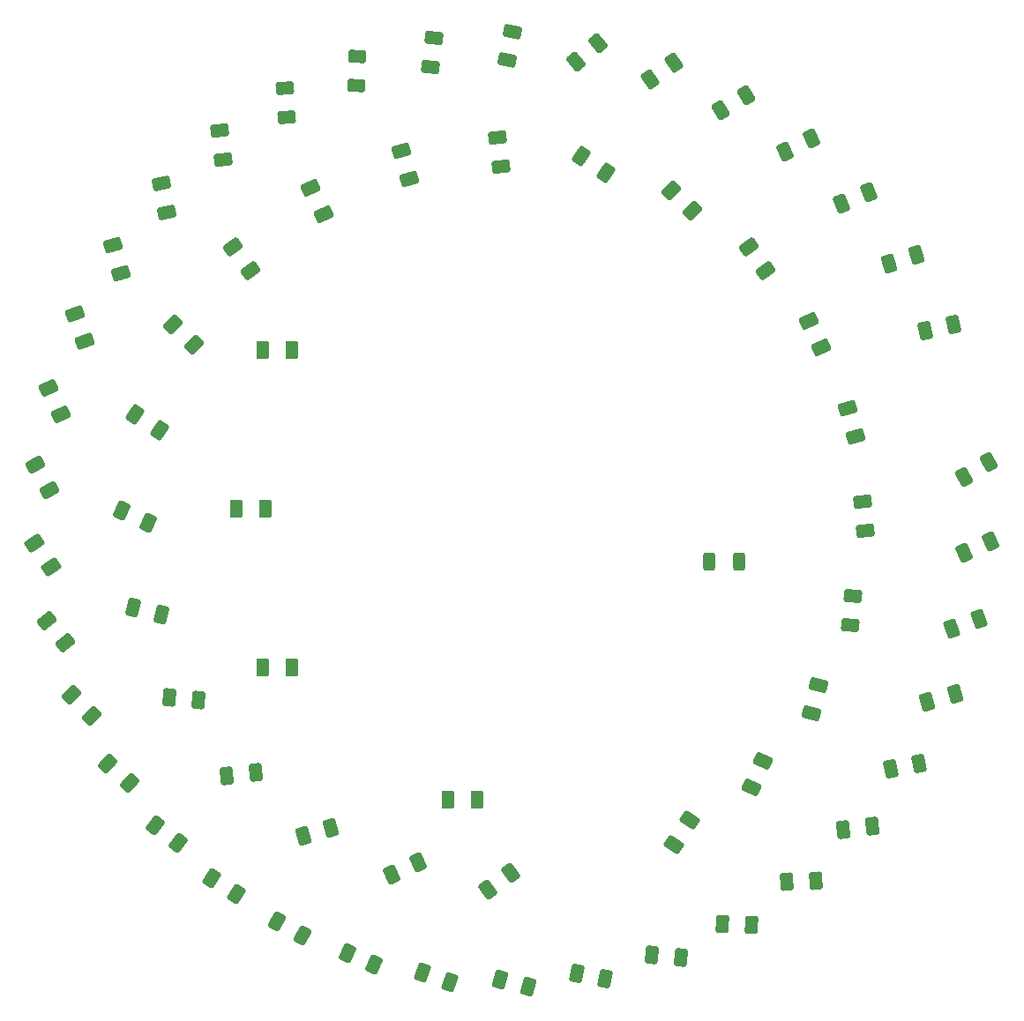
<source format=gbr>
%TF.GenerationSoftware,KiCad,Pcbnew,7.0.6*%
%TF.CreationDate,2023-07-26T18:59:44+05:30*%
%TF.ProjectId,class3_assignment,636c6173-7333-45f6-9173-7369676e6d65,rev?*%
%TF.SameCoordinates,Original*%
%TF.FileFunction,Paste,Top*%
%TF.FilePolarity,Positive*%
%FSLAX46Y46*%
G04 Gerber Fmt 4.6, Leading zero omitted, Abs format (unit mm)*
G04 Created by KiCad (PCBNEW 7.0.6) date 2023-07-26 18:59:44*
%MOMM*%
%LPD*%
G01*
G04 APERTURE LIST*
G04 Aperture macros list*
%AMRoundRect*
0 Rectangle with rounded corners*
0 $1 Rounding radius*
0 $2 $3 $4 $5 $6 $7 $8 $9 X,Y pos of 4 corners*
0 Add a 4 corners polygon primitive as box body*
4,1,4,$2,$3,$4,$5,$6,$7,$8,$9,$2,$3,0*
0 Add four circle primitives for the rounded corners*
1,1,$1+$1,$2,$3*
1,1,$1+$1,$4,$5*
1,1,$1+$1,$6,$7*
1,1,$1+$1,$8,$9*
0 Add four rect primitives between the rounded corners*
20,1,$1+$1,$2,$3,$4,$5,0*
20,1,$1+$1,$4,$5,$6,$7,0*
20,1,$1+$1,$6,$7,$8,$9,0*
20,1,$1+$1,$8,$9,$2,$3,0*%
G04 Aperture macros list end*
%ADD10RoundRect,0.250000X0.696886X0.213542X0.139527X0.715389X-0.696886X-0.213542X-0.139527X-0.715389X0*%
%ADD11RoundRect,0.250000X0.724924X-0.075729X0.407961X0.604002X-0.724924X0.075729X-0.407961X-0.604002X0*%
%ADD12RoundRect,0.250000X0.188200X0.704153X-0.532746X0.497425X-0.188200X-0.704153X0.532746X-0.497425X0*%
%ADD13RoundRect,0.250000X0.296036X0.666042X-0.448373X0.574640X-0.296036X-0.666042X0.448373X-0.574640X0*%
%ADD14RoundRect,0.250000X-0.051303X0.727061X-0.665667X0.296879X0.051303X-0.727061X0.665667X-0.296879X0*%
%ADD15RoundRect,0.250000X0.680292X0.261634X0.089284X0.723380X-0.680292X-0.261634X-0.089284X-0.723380X0*%
%ADD16RoundRect,0.250000X0.726055X0.063984X0.285216X0.670747X-0.726055X-0.063984X-0.285216X-0.670747X0*%
%ADD17RoundRect,0.250000X0.418440X-0.596790X0.723492X0.088369X-0.418440X0.596790X-0.723492X-0.088369X0*%
%ADD18RoundRect,0.250000X0.666042X-0.296036X0.574640X0.448373X-0.666042X0.296036X-0.574640X-0.448373X0*%
%ADD19RoundRect,0.250000X0.582378X-0.438276X0.660774X0.307615X-0.582378X0.438276X-0.660774X-0.307615X0*%
%ADD20RoundRect,0.250000X0.126113X0.717876X-0.574073X0.449100X-0.126113X-0.717876X0.574073X-0.449100X0*%
%ADD21RoundRect,0.250000X-0.114476X0.719823X-0.689009X0.237732X0.114476X-0.719823X0.689009X-0.237732X0*%
%ADD22RoundRect,0.250000X0.075729X0.724924X-0.604002X0.407961X-0.075729X-0.724924X0.604002X-0.407961X0*%
%ADD23RoundRect,0.250000X-0.375000X-0.625000X0.375000X-0.625000X0.375000X0.625000X-0.375000X0.625000X0*%
%ADD24RoundRect,0.250000X0.236861X0.689309X-0.496750X0.533375X-0.236861X-0.689309X0.496750X-0.533375X0*%
%ADD25RoundRect,0.250000X0.596790X0.418440X-0.088369X0.723492X-0.596790X-0.418440X0.088369X-0.723492X0*%
%ADD26RoundRect,0.250000X0.341776X0.643769X-0.407196X0.604517X-0.341776X-0.643769X0.407196X-0.604517X0*%
%ADD27RoundRect,0.250000X0.515714X-0.515062X0.697156X0.212660X-0.515714X0.515062X-0.697156X-0.212660X0*%
%ADD28RoundRect,0.250000X0.689309X-0.236861X0.533375X0.496750X-0.689309X0.236861X-0.533375X-0.496750X0*%
%ADD29RoundRect,0.250000X0.523984X0.506646X-0.200460X0.700761X-0.523984X-0.506646X0.200460X-0.700761X0*%
%ADD30RoundRect,0.250000X0.717876X-0.126113X0.449100X0.574073X-0.717876X0.126113X-0.449100X-0.574073X0*%
%ADD31RoundRect,0.250000X0.654901X0.319929X0.025898X0.728409X-0.654901X-0.319929X-0.025898X-0.728409X0*%
%ADD32RoundRect,0.250000X0.224794X0.693338X-0.505983X0.524625X-0.224794X-0.693338X0.505983X-0.524625X0*%
%ADD33RoundRect,0.250000X0.726135X-0.063066X0.397357X0.611030X-0.726135X0.063066X-0.397357X-0.611030X0*%
%ADD34RoundRect,0.250000X0.541964X-0.487366X0.685070X0.248855X-0.541964X0.487366X-0.685070X-0.248855X0*%
%ADD35RoundRect,0.250000X0.396584X0.611532X-0.352959X0.637707X-0.396584X-0.611532X0.352959X-0.637707X0*%
%ADD36RoundRect,0.250000X0.704153X-0.188200X0.497425X0.532746X-0.704153X0.188200X-0.497425X-0.532746X0*%
%ADD37RoundRect,0.250000X0.063066X0.726135X-0.611030X0.397357X-0.063066X-0.726135X0.611030X-0.397357X0*%
%ADD38RoundRect,0.250000X0.727846X0.038606X0.308451X0.660385X-0.727846X-0.038606X-0.308451X-0.660385X0*%
%ADD39RoundRect,0.250000X0.308451X-0.660385X0.727846X-0.038606X-0.308451X0.660385X-0.727846X0.038606X0*%
%ADD40RoundRect,0.250000X0.175882X0.707330X-0.541347X0.488051X-0.175882X-0.707330X0.541347X-0.488051X0*%
%ADD41RoundRect,0.250000X0.566147X0.459050X-0.138622X0.715565X-0.566147X-0.459050X0.138622X-0.715565X0*%
%ADD42RoundRect,0.250000X0.113565X0.719967X-0.581823X0.439012X-0.113565X-0.719967X0.581823X-0.439012X0*%
%ADD43RoundRect,0.250000X0.721711X0.101896X0.249721X0.684755X-0.721711X-0.101896X-0.249721X-0.684755X0*%
%ADD44RoundRect,0.250000X0.703914X0.189090X0.164409X0.710084X-0.703914X-0.189090X-0.164409X-0.710084X0*%
%ADD45RoundRect,0.250000X0.438276X0.582378X-0.307615X0.660774X-0.438276X-0.582378X0.307615X-0.660774X0*%
%ADD46RoundRect,0.250000X0.611532X-0.396584X0.637707X0.352959X-0.611532X0.396584X-0.637707X-0.352959X0*%
%ADD47RoundRect,0.250000X0.660385X0.308451X0.038606X0.727846X-0.660385X-0.308451X-0.038606X-0.727846X0*%
%ADD48RoundRect,0.250000X0.307615X0.660774X-0.438276X0.582378X-0.307615X-0.660774X0.438276X-0.582378X0*%
%ADD49RoundRect,0.250000X0.630988X0.364834X-0.024976X0.728441X-0.630988X-0.364834X0.024976X-0.728441X0*%
%ADD50RoundRect,0.250000X0.660774X-0.307615X0.582378X0.438276X-0.660774X0.307615X-0.582378X-0.438276X0*%
%ADD51RoundRect,0.250000X0.487366X0.541964X-0.248855X0.685070X-0.487366X-0.541964X0.248855X-0.685070X0*%
%ADD52RoundRect,0.250000X-0.000461X0.728869X-0.643337X0.342590X0.000461X-0.728869X0.643337X-0.342590X0*%
%ADD53RoundRect,0.250000X0.597319X-0.417684X0.649636X0.330489X-0.597319X0.417684X-0.649636X-0.330489X0*%
%ADD54RoundRect,0.250000X-0.063984X0.726055X-0.670747X0.285216X0.063984X-0.726055X0.670747X-0.285216X0*%
%ADD55RoundRect,0.250000X0.515062X0.515714X-0.212660X0.697156X-0.515062X-0.515714X0.212660X-0.697156X0*%
%ADD56RoundRect,0.250000X0.417684X0.597319X-0.330489X0.649636X-0.417684X-0.597319X0.330489X-0.649636X0*%
%ADD57RoundRect,0.250000X0.728766X-0.012260X0.353766X0.637260X-0.728766X0.012260X-0.353766X-0.637260X0*%
%ADD58RoundRect,0.250000X0.643769X-0.341776X0.604517X0.407196X-0.643769X0.341776X-0.604517X-0.407196X0*%
%ADD59RoundRect,0.250000X0.012260X0.728766X-0.637260X0.353766X-0.012260X-0.728766X0.637260X-0.353766X0*%
%ADD60RoundRect,0.250000X0.712845X0.151991X0.201347X0.700507X-0.712845X-0.151991X-0.201347X-0.700507X0*%
%ADD61RoundRect,0.250000X-0.312500X-0.625000X0.312500X-0.625000X0.312500X0.625000X-0.312500X0.625000X0*%
G04 APERTURE END LIST*
D10*
%TO.C,D21*%
X162464403Y-140619283D03*
X160383597Y-138745717D03*
%TD*%
D11*
%TO.C,D26*%
X155877266Y-105227731D03*
X154693934Y-102690069D03*
%TD*%
D12*
%TO.C,D8*%
X241717366Y-132042308D03*
X239025834Y-132814092D03*
%TD*%
D13*
%TO.C,D10*%
X233779965Y-144785583D03*
X231000835Y-145126817D03*
%TD*%
D14*
%TO.C,D36*%
X214746313Y-71493993D03*
X212452687Y-73100007D03*
%TD*%
D15*
%TO.C,D20*%
X167141215Y-146397226D03*
X164934785Y-144673374D03*
%TD*%
D16*
%TO.C,D57*%
X223519999Y-91440024D03*
X221874201Y-89174776D03*
%TD*%
D17*
%TO.C,D63*%
X222127669Y-141083864D03*
X223266531Y-138525936D03*
%TD*%
D18*
%TO.C,D30*%
X171414717Y-80774465D03*
X171073483Y-77995335D03*
%TD*%
D19*
%TO.C,D33*%
X191375460Y-71854831D03*
X191668140Y-69070169D03*
%TD*%
D20*
%TO.C,D7*%
X244012513Y-124848685D03*
X241398487Y-125852115D03*
%TD*%
D21*
%TO.C,D35*%
X207448462Y-69562597D03*
X205303538Y-71362403D03*
%TD*%
D22*
%TO.C,D6*%
X245108131Y-117392734D03*
X242570469Y-118576066D03*
%TD*%
D23*
%TO.C,D3*%
X175260000Y-129540000D03*
X178060000Y-129540000D03*
%TD*%
D24*
%TO.C,D9*%
X238270907Y-138732724D03*
X235532093Y-139314876D03*
%TD*%
D25*
%TO.C,D48*%
X164227364Y-115625531D03*
X161669436Y-114486669D03*
%TD*%
D26*
%TO.C,D11*%
X228360181Y-149989430D03*
X225564019Y-150135970D03*
%TD*%
D27*
%TO.C,D62*%
X227920609Y-133914514D03*
X228597991Y-131197686D03*
%TD*%
D28*
%TO.C,D29*%
X166062476Y-85813207D03*
X165480324Y-83074393D03*
%TD*%
D29*
%TO.C,D15*%
X200693896Y-160205947D03*
X197989304Y-159481253D03*
%TD*%
D30*
%TO.C,D27*%
X158182915Y-98208613D03*
X157179485Y-95594587D03*
%TD*%
D31*
%TO.C,D19*%
X172728739Y-151308695D03*
X170380461Y-149783705D03*
%TD*%
D32*
%TO.C,D41*%
X241580718Y-96586669D03*
X238852482Y-97216531D03*
%TD*%
D33*
%TO.C,D58*%
X228873020Y-98814412D03*
X227645580Y-96297788D03*
%TD*%
D34*
%TO.C,D34*%
X198681767Y-71219578D03*
X199216033Y-68471022D03*
%TD*%
D35*
%TO.C,D12*%
X222164447Y-154252059D03*
X219366153Y-154154341D03*
%TD*%
D36*
%TO.C,D53*%
X189275592Y-82594466D03*
X188503808Y-79902934D03*
%TD*%
%TO.C,D28*%
X161594592Y-91682366D03*
X160822808Y-88990834D03*
%TD*%
D37*
%TO.C,D43*%
X190148012Y-148249780D03*
X187631388Y-149477220D03*
%TD*%
D38*
%TO.C,D24*%
X154902970Y-119927953D03*
X153337230Y-117606647D03*
%TD*%
D12*
%TO.C,D44*%
X181794166Y-144981108D03*
X179102634Y-145752892D03*
%TD*%
D39*
%TO.C,D64*%
X214665530Y-146527653D03*
X216231270Y-144206347D03*
%TD*%
D40*
%TO.C,D40*%
X238027927Y-89927280D03*
X235350273Y-90745920D03*
%TD*%
D41*
%TO.C,D16*%
X193224870Y-159770128D03*
X190593730Y-158812472D03*
%TD*%
D42*
%TO.C,D39*%
X233424457Y-83919351D03*
X230828343Y-84968249D03*
%TD*%
D43*
%TO.C,D23*%
X156263349Y-127200404D03*
X154501251Y-125024396D03*
%TD*%
D44*
%TO.C,D56*%
X216455476Y-85717722D03*
X214441324Y-83772678D03*
%TD*%
D45*
%TO.C,D13*%
X215362531Y-157410540D03*
X212577869Y-157117860D03*
%TD*%
D23*
%TO.C,D1*%
X175260000Y-99060000D03*
X178060000Y-99060000D03*
%TD*%
D44*
%TO.C,D50*%
X168644576Y-98528622D03*
X166630424Y-96583578D03*
%TD*%
D46*
%TO.C,D32*%
X184249441Y-73696147D03*
X184347159Y-70897853D03*
%TD*%
D47*
%TO.C,D49*%
X165301653Y-106780270D03*
X162980347Y-105214530D03*
%TD*%
D48*
%TO.C,D45*%
X174591931Y-139658560D03*
X171807269Y-139951240D03*
%TD*%
D16*
%TO.C,D51*%
X174022499Y-91440024D03*
X172376701Y-89174776D03*
%TD*%
D37*
%TO.C,D38*%
X227912012Y-78771180D03*
X225395388Y-79998620D03*
%TD*%
D49*
%TO.C,D18*%
X179047168Y-155256733D03*
X176598232Y-153899267D03*
%TD*%
D33*
%TO.C,D52*%
X181062120Y-86003512D03*
X179834680Y-83486888D03*
%TD*%
D50*
%TO.C,D54*%
X198094740Y-81448431D03*
X197802060Y-78663769D03*
%TD*%
%TO.C,D60*%
X233094740Y-116448431D03*
X232802060Y-113663769D03*
%TD*%
D51*
%TO.C,D14*%
X208137378Y-159428833D03*
X205388822Y-158894567D03*
%TD*%
D52*
%TO.C,D37*%
X221621034Y-74577547D03*
X219220966Y-76019653D03*
%TD*%
D53*
%TO.C,D61*%
X231658141Y-125511390D03*
X231853459Y-122718210D03*
%TD*%
D54*
%TO.C,D42*%
X199081024Y-149233201D03*
X196815776Y-150878999D03*
%TD*%
D55*
%TO.C,D47*%
X165499414Y-124453491D03*
X162782586Y-123776109D03*
%TD*%
D56*
%TO.C,D46*%
X169034090Y-132653759D03*
X166240910Y-132458441D03*
%TD*%
D23*
%TO.C,D4*%
X193040000Y-142240000D03*
X195840000Y-142240000D03*
%TD*%
D57*
%TO.C,D25*%
X154787600Y-112527136D03*
X153387600Y-110102264D03*
%TD*%
D58*
%TO.C,D31*%
X177550070Y-76696681D03*
X177403530Y-73900519D03*
%TD*%
D25*
%TO.C,D17*%
X185949164Y-158089331D03*
X183391236Y-156950469D03*
%TD*%
D59*
%TO.C,D5*%
X244954136Y-109832300D03*
X242529264Y-111232300D03*
%TD*%
D36*
%TO.C,D59*%
X232141692Y-107343166D03*
X231369908Y-104651634D03*
%TD*%
D60*
%TO.C,D22*%
X158794198Y-134172395D03*
X156884602Y-132124605D03*
%TD*%
D23*
%TO.C,D2*%
X172720000Y-114300000D03*
X175520000Y-114300000D03*
%TD*%
D61*
%TO.C,R1*%
X218055000Y-119380000D03*
X220980000Y-119380000D03*
%TD*%
D47*
%TO.C,D55*%
X208167653Y-82031570D03*
X205846347Y-80465830D03*
%TD*%
M02*

</source>
